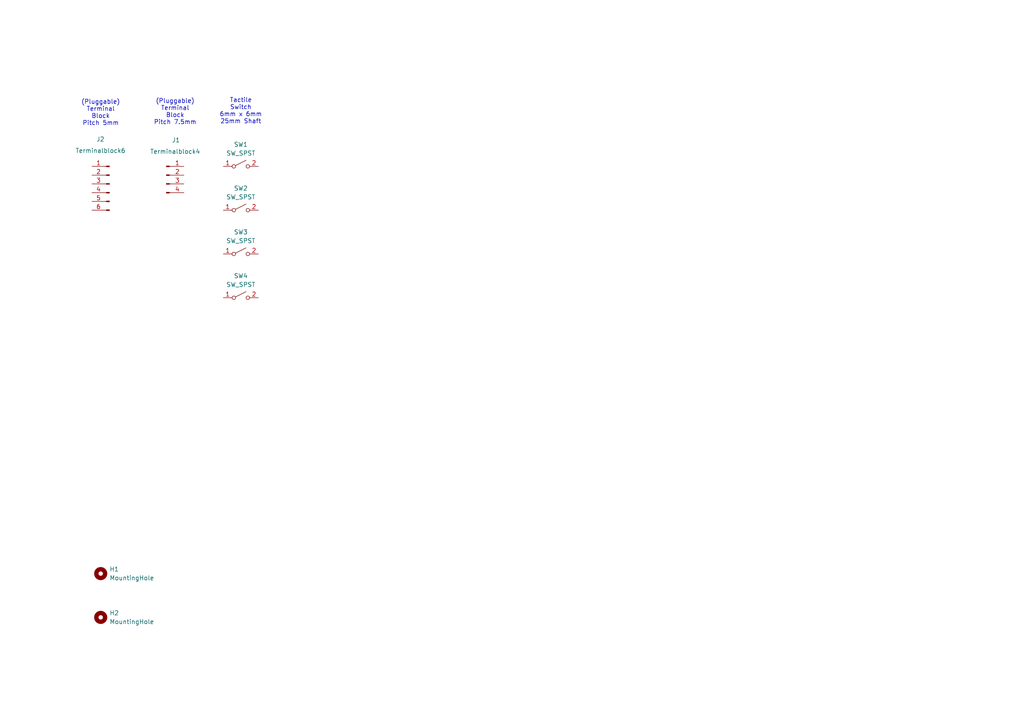
<source format=kicad_sch>
(kicad_sch (version 20231120) (generator "eeschema") (generator_version "8.0")
  (paper "A4")
  (lib_symbols
    (symbol "Connector:Conn_01x04_Pin" (pin_names (offset 1.016) hide)
      (property "Reference" "J" (at 0 5.08 0))
      (property "Value" "Conn_01x04_Pin" (at 0 -7.62 0))
      (symbol "Conn_01x04_Pin_1_1"
        (polyline (pts (xy 1.27 -5.08) (xy 0.8636 -5.08)) (stroke (width 0.1524)))
        (polyline (pts (xy 1.27 -2.54) (xy 0.8636 -2.54)) (stroke (width 0.1524)))
        (polyline (pts (xy 1.27 0) (xy 0.8636 0)) (stroke (width 0.1524)))
        (polyline (pts (xy 1.27 2.54) (xy 0.8636 2.54)) (stroke (width 0.1524)))
        (rectangle (start 0.8636 -4.953) (end 0 -5.207) (stroke (width 0.1524)) (fill (type outline)))
        (rectangle (start 0.8636 -2.413) (end 0 -2.667) (stroke (width 0.1524)) (fill (type outline)))
        (rectangle (start 0.8636 0.127) (end 0 -0.127) (stroke (width 0.1524)) (fill (type outline)))
        (rectangle (start 0.8636 2.667) (end 0 2.413) (stroke (width 0.1524)) (fill (type outline)))
        (pin passive line (at 5.08 2.54 180) (length 3.81) (name "Pin_1") (number "1"))
        (pin passive line (at 5.08 0 180) (length 3.81) (name "Pin_2") (number "2"))
        (pin passive line (at 5.08 -2.54 180) (length 3.81) (name "Pin_3") (number "3"))
        (pin passive line (at 5.08 -5.08 180) (length 3.81) (name "Pin_4") (number "4"))
      )
    )
    (symbol "Connector:Conn_01x06_Pin" (pin_names (offset 1.016) hide)
      (property "Reference" "J" (at 0 7.62 0))
      (property "Value" "Conn_01x06_Pin" (at 0 -10.16 0))
      (symbol "Conn_01x06_Pin_1_1"
        (polyline (pts (xy 1.27 -7.62) (xy 0.8636 -7.62)) (stroke (width 0.1524)))
        (polyline (pts (xy 1.27 -5.08) (xy 0.8636 -5.08)) (stroke (width 0.1524)))
        (polyline (pts (xy 1.27 -2.54) (xy 0.8636 -2.54)) (stroke (width 0.1524)))
        (polyline (pts (xy 1.27 0) (xy 0.8636 0)) (stroke (width 0.1524)))
        (polyline (pts (xy 1.27 2.54) (xy 0.8636 2.54)) (stroke (width 0.1524)))
        (polyline (pts (xy 1.27 5.08) (xy 0.8636 5.08)) (stroke (width 0.1524)))
        (rectangle (start 0.8636 -7.493) (end 0 -7.747) (stroke (width 0.1524)) (fill (type outline)))
        (rectangle (start 0.8636 -4.953) (end 0 -5.207) (stroke (width 0.1524)) (fill (type outline)))
        (rectangle (start 0.8636 -2.413) (end 0 -2.667) (stroke (width 0.1524)) (fill (type outline)))
        (rectangle (start 0.8636 0.127) (end 0 -0.127) (stroke (width 0.1524)) (fill (type outline)))
        (rectangle (start 0.8636 2.667) (end 0 2.413) (stroke (width 0.1524)) (fill (type outline)))
        (rectangle (start 0.8636 5.207) (end 0 4.953) (stroke (width 0.1524)) (fill (type outline)))
        (pin passive line (at 5.08 5.08 180) (length 3.81) (name "Pin_1") (number "1"))
        (pin passive line (at 5.08 2.54 180) (length 3.81) (name "Pin_2") (number "2"))
        (pin passive line (at 5.08 0 180) (length 3.81) (name "Pin_3") (number "3"))
        (pin passive line (at 5.08 -2.54 180) (length 3.81) (name "Pin_4") (number "4"))
        (pin passive line (at 5.08 -5.08 180) (length 3.81) (name "Pin_5") (number "5"))
        (pin passive line (at 5.08 -7.62 180) (length 3.81) (name "Pin_6") (number "6"))
      )
    )
    (symbol "Mechanical:MountingHole" (pin_names (offset 1.016)) (exclude_from_sim yes) (in_bom no)
      (property "Reference" "H" (at 0 5.08 0))
      (property "Value" "MountingHole" (at 0 3.175 0))
      (symbol "MountingHole_0_1"
        (circle (center 0 0) (radius 1.27) (stroke (width 1.27)))
      )
    )
    (symbol "Switch:SW_SPST" (pin_names (offset 0) hide)
      (property "Reference" "SW" (at 0 3.175 0))
      (property "Value" "SW_SPST" (at 0 -2.54 0))
      (symbol "SW_SPST_0_0"
        (circle (center -2.032 0) (radius 0.508))
        (polyline (pts (xy -1.524 0.254) (xy 1.524 1.778)))
        (circle (center 2.032 0) (radius 0.508))
      )
      (symbol "SW_SPST_1_1"
        (pin passive line (at -5.08 0 0) (length 2.54) (name "A") (number "1"))
        (pin passive line (at 5.08 0 180) (length 2.54) (name "B") (number "2"))
      )
    )
  )
  (text "(Pluggable)\nTerminal\nBlock\nPitch 7.5mm" (at 50.8 32.512 0) (effects (font (size 1.27 1.27))))
  (text "Tactile\nSwitch\n6mm x 6mm\n25mm Shaft" (at 69.85 32.258 0) (effects (font (size 1.27 1.27))))
  (text "(Pluggable)\nTerminal\nBlock\nPitch 5mm" (at 29.21 32.766 0) (effects (font (size 1.27 1.27))))
  (symbol (lib_id "Connector:Conn_01x06_Pin") (at 31.75 53.34 0) (mirror y) (unit 1)
    (property "Reference" "J2" (at 27.94 40.386 0) (effects (justify right)))
    (property "Value" "Terminalblock6" (at 21.844 43.688 0) (effects (justify right)))
    (property "Footprint" "Connector_Phoenix_MSTB:PhoenixContact_MSTBA_2,5_6-G_1x06_P5.00mm_Horizontal" (effects (hide yes)))
    (property "Description" "Generic connector, single row, 01x06, script generated" (effects (hide yes)))
  )
  (symbol (lib_id "Connector:Conn_01x04_Pin") (at 48.26 50.8 0) (unit 1)
    (property "Reference" "J1" (at 51.054 40.64 0))
    (property "Value" "Terminalblock4" (at 50.8 43.942 0))
    (property "Footprint" "Connector_Phoenix_GMSTB:PhoenixContact_GMSTBA_2,5_4-G_1x04_P7.50mm_Horizontal" (effects (hide yes)))
    (property "Description" "Generic connector, single row, 01x04, script generated" (effects (hide yes)))
  )
  (symbol (lib_id "Switch:SW_SPST") (at 69.85 48.26 0) (unit 1)
    (property "Reference" "SW1" (at 69.85 41.91 0))
    (property "Value" "SW_SPST" (at 69.85 44.45 0))
    (property "Footprint" "Button_Switch_THT:SW_PUSH_6mm" (effects (hide yes)))
    (property "Description" "Single Pole Single Throw (SPST) switch" (effects (hide yes)))
  )
  (symbol (lib_id "Switch:SW_SPST") (at 69.85 86.36 0) (unit 1)
    (property "Reference" "SW4" (at 69.85 80.01 0))
    (property "Value" "SW_SPST" (at 69.85 82.55 0))
    (property "Footprint" "Button_Switch_THT:SW_PUSH_6mm" (effects (hide yes)))
    (property "Description" "Single Pole Single Throw (SPST) switch" (effects (hide yes)))
  )
  (symbol (lib_id "Switch:SW_SPST") (at 69.85 73.66 0) (unit 1)
    (property "Reference" "SW3" (at 69.85 67.31 0))
    (property "Value" "SW_SPST" (at 69.85 69.85 0))
    (property "Footprint" "Button_Switch_THT:SW_PUSH_6mm" (effects (hide yes)))
    (property "Description" "Single Pole Single Throw (SPST) switch" (effects (hide yes)))
  )
  (symbol (lib_id "Switch:SW_SPST") (at 69.85 60.96 0) (unit 1)
    (property "Reference" "SW2" (at 69.85 54.61 0))
    (property "Value" "SW_SPST" (at 69.85 57.15 0))
    (property "Footprint" "Button_Switch_THT:SW_PUSH_6mm" (effects (hide yes)))
    (property "Description" "Single Pole Single Throw (SPST) switch" (effects (hide yes)))
  )
  (symbol (lib_id "Mechanical:MountingHole") (at 29.21 166.37 0) (unit 1) (exclude_from_sim yes) (in_bom no)
    (property "Reference" "H1" (at 31.75 165.0999 0) (effects (justify left)))
    (property "Value" "MountingHole" (at 31.75 167.6399 0) (effects (justify left)))
    (property "Footprint" "MountingHole:MountingHole_3.2mm_M3" (effects (hide yes)))
    (property "Description" "Mounting Hole without connection" (effects (hide yes)))
  )
  (symbol (lib_id "Mechanical:MountingHole") (at 29.21 179.07 0) (unit 1) (exclude_from_sim yes) (in_bom no)
    (property "Reference" "H2" (at 31.75 177.7999 0) (effects (justify left)))
    (property "Value" "MountingHole" (at 31.75 180.3399 0) (effects (justify left)))
    (property "Footprint" "MountingHole:MountingHole_3.2mm_M3" (effects (hide yes)))
    (property "Description" "Mounting Hole without connection" (effects (hide yes)))
  )
)
</source>
